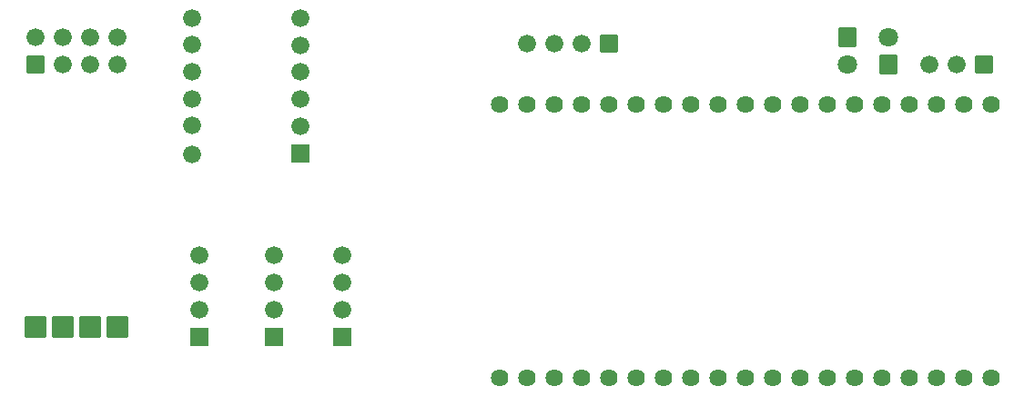
<source format=gts>
G04 Layer: TopSolderMaskLayer*
G04 EasyEDA v6.5.37, 2023-12-02 15:11:21*
G04 31473a8e6aac44f1905b94e0de15a8d0,10*
G04 Gerber Generator version 0.2*
G04 Scale: 100 percent, Rotated: No, Reflected: No *
G04 Dimensions in millimeters *
G04 leading zeros omitted , absolute positions ,4 integer and 5 decimal *
%FSLAX45Y45*%
%MOMM*%

%AMMACRO1*1,1,$1,$2,$3*1,1,$1,$4,$5*1,1,$1,0-$2,0-$3*1,1,$1,0-$4,0-$5*20,1,$1,$2,$3,$4,$5,0*20,1,$1,$4,$5,0-$2,0-$3,0*20,1,$1,0-$2,0-$3,0-$4,0-$5,0*20,1,$1,0-$4,0-$5,$2,$3,0*4,1,4,$2,$3,$4,$5,0-$2,0-$3,0-$4,0-$5,$2,$3,0*%
%ADD10MACRO1,0.1016X0.7874X0.85X0.7874X-0.85*%
%ADD11C,1.8016*%
%ADD12MACRO1,0.1016X0.7874X-0.7874X-0.7874X-0.7874*%
%ADD13C,1.6764*%
%ADD14MACRO1,0.1016X-0.7874X-0.85X-0.7874X0.85*%
%ADD15C,1.6256*%
%ADD16R,1.6764X1.6764*%
%ADD17MACRO1,0.2032X0.9X0.9X0.9X-0.9*%
%ADD18MACRO1,0.1016X-0.7874X0.7874X0.7874X0.7874*%

%LPD*%
D10*
G01*
X7937500Y-698501D03*
D11*
G01*
X7937500Y-952500D03*
D12*
G01*
X9207500Y-952500D03*
D13*
G01*
X8953500Y-952500D03*
G01*
X8699500Y-952500D03*
D14*
G01*
X8318500Y-952498D03*
D11*
G01*
X8318500Y-698500D03*
D15*
G01*
X4699000Y-3876497D03*
G01*
X4953000Y-3876497D03*
G01*
X5207000Y-3876497D03*
G01*
X5461000Y-3876497D03*
G01*
X5715000Y-3876497D03*
G01*
X5969000Y-3876497D03*
G01*
X6223000Y-3876497D03*
G01*
X6477000Y-3876497D03*
G01*
X6731000Y-3876497D03*
G01*
X6985000Y-3876497D03*
G01*
X7239000Y-3876497D03*
G01*
X7493000Y-3876497D03*
G01*
X7747000Y-3876497D03*
G01*
X8001000Y-3876497D03*
G01*
X8255000Y-3876497D03*
G01*
X8509000Y-3876497D03*
G01*
X8763000Y-3876497D03*
G01*
X9017000Y-3876497D03*
G01*
X9271000Y-3876497D03*
G01*
X9271000Y-1330502D03*
G01*
X9017000Y-1330502D03*
G01*
X8763000Y-1330502D03*
G01*
X8509000Y-1330502D03*
G01*
X8255000Y-1330502D03*
G01*
X8001000Y-1330502D03*
G01*
X7747000Y-1330502D03*
G01*
X7493000Y-1330502D03*
G01*
X7239000Y-1330502D03*
G01*
X6985000Y-1330502D03*
G01*
X6731000Y-1330502D03*
G01*
X6477000Y-1330502D03*
G01*
X6223000Y-1330502D03*
G01*
X5969000Y-1330502D03*
G01*
X5715000Y-1330502D03*
G01*
X5461000Y-1330502D03*
G01*
X5207000Y-1330502D03*
G01*
X4953000Y-1330502D03*
G01*
X4699000Y-1330502D03*
D16*
G01*
X3238500Y-3492500D03*
D13*
G01*
X3238500Y-3238500D03*
G01*
X3238500Y-2984500D03*
G01*
X3238500Y-2730500D03*
D16*
G01*
X2603500Y-3492500D03*
D13*
G01*
X2603500Y-3238500D03*
G01*
X2603500Y-2984500D03*
G01*
X2603500Y-2730500D03*
D16*
G01*
X1905000Y-3492500D03*
D13*
G01*
X1905000Y-3238500D03*
G01*
X1905000Y-2984500D03*
G01*
X1905000Y-2730500D03*
D17*
G01*
X889025Y-3401006D03*
G01*
X635025Y-3401006D03*
G01*
X381025Y-3401006D03*
G01*
X1143025Y-3401006D03*
D13*
G01*
X1841500Y-1276350D03*
G01*
X1841500Y-1022350D03*
G01*
X1841500Y-768350D03*
G01*
X1841500Y-520700D03*
G01*
X2844800Y-520700D03*
G01*
X2844800Y-774700D03*
G01*
X2844800Y-1022350D03*
G01*
X2844800Y-1276350D03*
G01*
X2844800Y-1530350D03*
D16*
G01*
X2844800Y-1784350D03*
D13*
G01*
X1841500Y-1524000D03*
G01*
X1841500Y-1790700D03*
D18*
G01*
X381000Y-952500D03*
D13*
G01*
X381000Y-698500D03*
G01*
X635000Y-952500D03*
G01*
X635000Y-698500D03*
G01*
X889000Y-952500D03*
G01*
X889000Y-698500D03*
G01*
X1143000Y-952500D03*
G01*
X1143000Y-698500D03*
D12*
G01*
X5715000Y-762000D03*
D13*
G01*
X5461000Y-762000D03*
G01*
X5207000Y-762000D03*
G01*
X4953000Y-762000D03*
M02*

</source>
